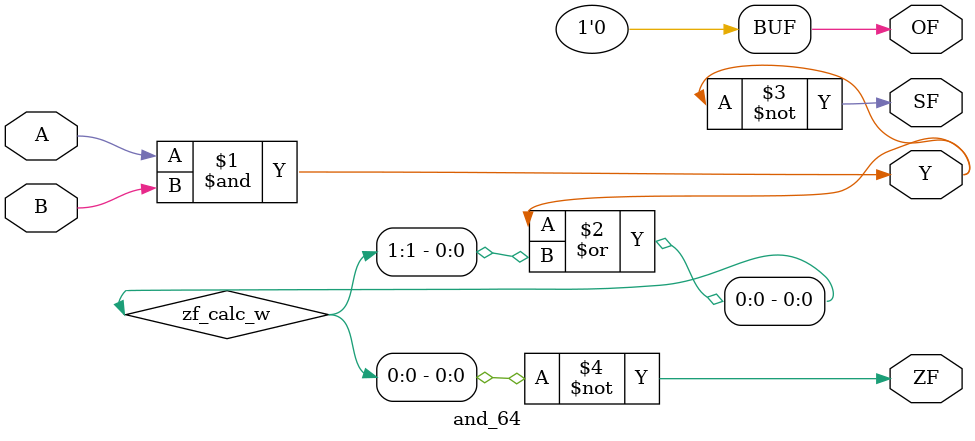
<source format=v>
module and_64 #(parameter WIDTH = 1)(Y,A,B,OF,ZF,SF);

input [0:WIDTH - 1] A, B;
output [0:WIDTH - 1] Y;
wire [0:WIDTH] zf_calc_w;
output OF, ZF, SF;
assign OF = 0;

genvar i;

generate
	for (i = WIDTH - 1; i >= 0; i = i - 1) begin
		and and_i(Y[i],A[i],B[i]);
	end
endgenerate

generate
	for (i = WIDTH - 1; i >= 0; i = i - 1) begin
		or zf_i(zf_calc_w[i],Y[i],zf_calc_w[i + 1]);
	end
endgenerate

not sf_calc(SF,Y[0]); //Sign Flag
not zf_calc(ZF,zf_calc_w[0]); //Zero Flag

endmodule
</source>
